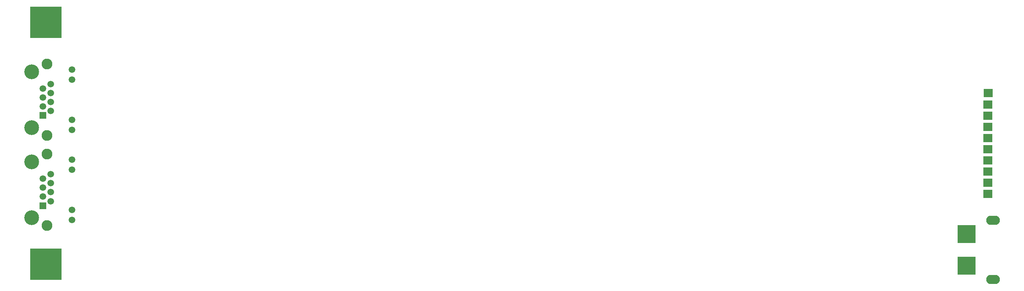
<source format=gbs>
G04*
G04 #@! TF.GenerationSoftware,Altium Limited,Altium Designer,18.1.7 (191)*
G04*
G04 Layer_Color=16711935*
%FSLAX44Y44*%
%MOMM*%
G71*
G01*
G75*
%ADD83R,7.1016X7.1016*%
%ADD84R,2.1016X1.9016*%
%ADD85O,3.1016X2.1016*%
%ADD86R,4.1016X4.1016*%
%ADD87R,1.4996X1.4996*%
%ADD88C,1.4996*%
%ADD89C,3.3516*%
%ADD90C,2.4566*%
D83*
X300000Y830000D02*
D03*
Y280000D02*
D03*
D84*
X2438800Y668800D02*
D03*
X2438400Y439500D02*
D03*
Y490300D02*
D03*
Y541100D02*
D03*
Y515700D02*
D03*
Y642700D02*
D03*
Y617300D02*
D03*
Y566500D02*
D03*
Y591900D02*
D03*
Y464900D02*
D03*
D85*
X2450000Y380000D02*
D03*
Y245000D02*
D03*
D86*
X2390000Y348500D02*
D03*
Y276500D02*
D03*
D87*
X293048Y617967D02*
D03*
Y412968D02*
D03*
D88*
X310848Y628167D02*
D03*
X293048Y638367D02*
D03*
X310848Y648567D02*
D03*
X293048Y658767D02*
D03*
X310848Y668967D02*
D03*
X293048Y679167D02*
D03*
X310848Y689367D02*
D03*
X359148Y722367D02*
D03*
Y699467D02*
D03*
Y585167D02*
D03*
Y608067D02*
D03*
X310848Y423168D02*
D03*
X293048Y433368D02*
D03*
X310848Y443568D02*
D03*
X293048Y453768D02*
D03*
X310848Y463968D02*
D03*
X293048Y474168D02*
D03*
X310848Y484368D02*
D03*
X359148Y517368D02*
D03*
Y494468D02*
D03*
Y380168D02*
D03*
Y403068D02*
D03*
D89*
X267648Y717267D02*
D03*
Y590267D02*
D03*
Y512268D02*
D03*
Y385268D02*
D03*
D90*
X301948Y735067D02*
D03*
Y572467D02*
D03*
Y530068D02*
D03*
Y367468D02*
D03*
M02*

</source>
